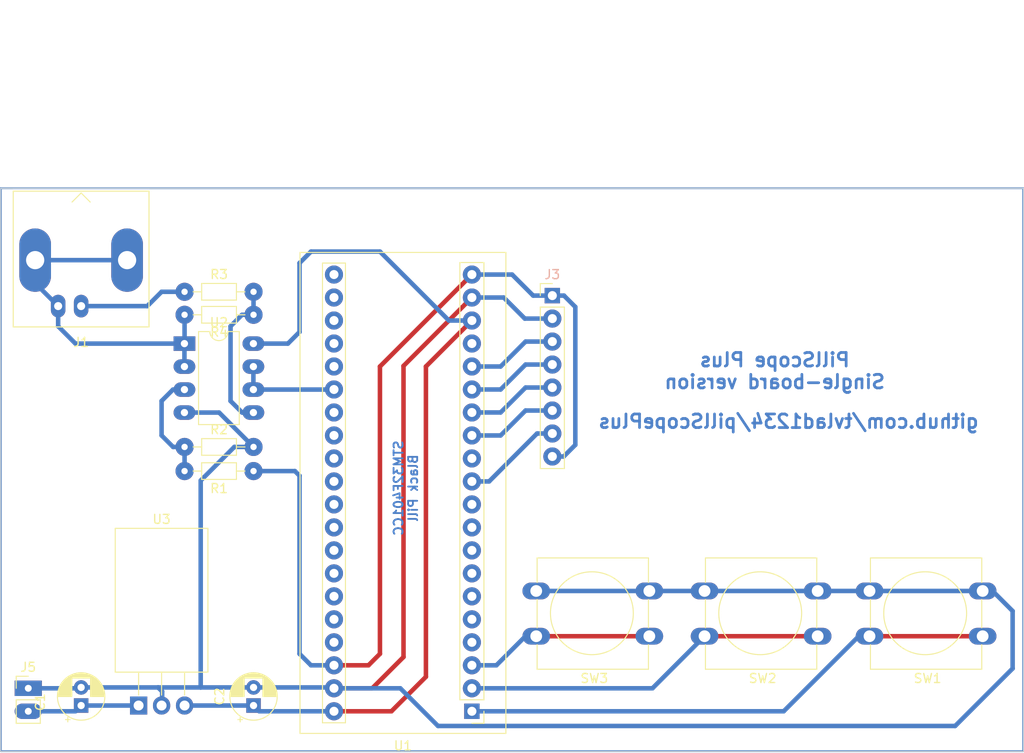
<source format=kicad_pcb>
(kicad_pcb (version 20211014) (generator pcbnew)
  (layers (0 "F.Cu" signal) (31 "B.Cu" signal) (34 "B.Paste" user) (35 "F.Paste" user) (36 "B.SilkS" user "B.Silkscreen") (37 "F.SilkS" user "F.Silkscreen") (38 "B.Mask" user) (39 "F.Mask" user) (44 "Edge.Cuts" user))
  (net 0 "")
  (net 1 "GND")
  (net 2 "+5V")
  (net 3 "BTN1")
  (net 4 "BTN2")
  (net 5 "BTN3")
  (net 6 "+3.3V")
  (net 7 "CS")
  (net 8 "RES")
  (net 9 "DC")
  (net 10 "MOSI")
  (net 11 "SCK")
  (net 12 "TX")
  (net 13 "RX")
  (net 14 "GNDS")
  (net 15 "FE_OUT")
  (net 16 "IN+")
  (net 17 "+9V")
  (net 18 "Net-(R1-Pad2)")
  (net 19 "Net-(R3-Pad2)")
  (footprint "Connector_PinHeader_2.54mm:PinHeader_1x02_P2.54mm_Vertical" (layer "F.Cu") (at 97.917 126.721999)
    (fp_text reference "J5" (at 0 -2.33) (layer "F.SilkS"))
    (fp_text value "Vin")
    (fp_line (start 1.33 1.27) (end 1.33 3.87) (layer "F.SilkS") (width 0.12))
    (fp_line (start -1.33 -1.33) (end 0 -1.33) (layer "F.SilkS") (width 0.12))
    (fp_line (start -1.33 1.27) (end 1.33 1.27) (layer "F.SilkS") (width 0.12))
    (fp_line (start -1.33 0) (end -1.33 -1.33) (layer "F.SilkS") (width 0.12))
    (fp_line (start -1.33 3.87) (end 1.33 3.87) (layer "F.SilkS") (width 0.12))
    (fp_line (start -1.33 1.27) (end -1.33 3.87) (layer "F.SilkS") (width 0.12))
    (pad "1" thru_hole rect (at 0 0) (size 3 1.7) (drill 0.762) (layers *.Cu *.Mask) (net 1 "GND"))
    (pad "2" thru_hole oval (at 0 2.54) (size 3 1.7) (drill 0.762) (layers *.Cu *.Mask) (net 17 "+9V"))
  )
  (footprint "Capacitor_THT:CP_Radial_D5.0mm_P2.00mm" (layer "F.Cu") (at 103.758999 128.627 90)
    (fp_text reference "C1" (at 0.365 -4.512 90) (layer "F.SilkS"))
    (fp_text value "10 uF")
    (fp_line (start 2.961 1.04) (end 2.961 1.699) (layer "F.SilkS") (width 0.12))
    (fp_line (start 2.521 -2.095) (end 2.521 -1.04) (layer "F.SilkS") (width 0.12))
    (fp_line (start 1 1.04) (end 1 2.58) (layer "F.SilkS") (width 0.12))
    (fp_line (start 2.281 1.04) (end 2.281 2.247) (layer "F.SilkS") (width 0.12))
    (fp_line (start 2.521 1.04) (end 2.521 2.095) (layer "F.SilkS") (width 0.12))
    (fp_line (start 2.201 1.04) (end 2.201 2.29) (layer "F.SilkS") (width 0.12))
    (fp_line (start 3.561 -0.518) (end 3.561 0.518) (layer "F.SilkS") (width 0.12))
    (fp_line (start 1.44 -2.543) (end 1.44 -1.04) (layer "F.SilkS") (width 0.12))
    (fp_line (start 3.401 -1.011) (end 3.401 1.011) (layer "F.SilkS") (width 0.12))
    (fp_line (start 2.001 -2.382) (end 2.001 -1.04) (layer "F.SilkS") (width 0.12))
    (fp_line (start 2.841 1.04) (end 2.841 1.826) (layer "F.SilkS") (width 0.12))
    (fp_line (start 1.801 1.04) (end 1.801 2.455) (layer "F.SilkS") (width 0.12))
    (fp_line (start 2.681 -1.971) (end 2.681 -1.04) (layer "F.SilkS") (width 0.12))
    (fp_line (start 2.201 -2.29) (end 2.201 -1.04) (layer "F.SilkS") (width 0.12))
    (fp_line (start 3.001 -1.653) (end 3.001 -1.04) (layer "F.SilkS") (width 0.12))
    (fp_line (start 2.161 -2.31) (end 2.161 -1.04) (layer "F.SilkS") (width 0.12))
    (fp_line (start 1.881 -2.428) (end 1.881 -1.04) (layer "F.SilkS") (width 0.12))
    (fp_line (start 1.2 1.04) (end 1.2 2.573) (layer "F.SilkS") (width 0.12))
    (fp_line (start 2.241 -2.268) (end 2.241 -1.04) (layer "F.SilkS") (width 0.12))
    (fp_line (start 2.121 1.04) (end 2.121 2.329) (layer "F.SilkS") (width 0.12))
    (fp_line (start -1.554775 -1.725) (end -1.554775 -1.225) (layer "F.SilkS") (width 0.12))
    (fp_line (start 1.721 1.04) (end 1.721 2.48) (layer "F.SilkS") (width 0.12))
    (fp_line (start 1.721 -2.48) (end 1.721 -1.04) (layer "F.SilkS") (width 0.12))
    (fp_line (start 1.961 1.04) (end 1.961 2.398) (layer "F.SilkS") (width 0.12))
    (fp_line (start 2.361 -2.2) (end 2.361 -1.04) (layer "F.SilkS") (width 0.12))
    (fp_line (start 1.36 -2.556) (end 1.36 -1.04) (layer "F.SilkS") (width 0.12))
    (fp_line (start 1.6 -2.511) (end 1.6 -1.04) (layer "F.SilkS") (width 0.12))
    (fp_line (start 2.081 -2.348) (end 2.081 -1.04) (layer "F.SilkS") (width 0.12))
    (fp_line (start 1.28 1.04) (end 1.28 2.565) (layer "F.SilkS") (width 0.12))
    (fp_line (start 2.081 1.04) (end 2.081 2.348) (layer "F.SilkS") (width 0.12))
    (fp_line (start 1.32 -2.561) (end 1.32 -1.04) (layer "F.SilkS") (width 0.12))
    (fp_line (start 1 -2.58) (end 1 -1.04) (layer "F.SilkS") (width 0.12))
    (fp_line (start 2.801 1.04) (end 2.801 1.864) (layer "F.SilkS") (width 0.12))
    (fp_line (start 1.841 -2.442) (end 1.841 -1.04) (layer "F.SilkS") (width 0.12))
    (fp_line (start 1.04 1.04) (end 1.04 2.58) (layer "F.SilkS") (width 0.12))
    (fp_line (start 1.921 1.04) (end 1.921 2.414) (layer "F.SilkS") (width 0.12))
    (fp_line (start 3.601 -0.284) (end 3.601 0.284) (layer "F.SilkS") (width 0.12))
    (fp_line (start 1.2 -2.573) (end 1.2 -1.04) (layer "F.SilkS") (width 0.12))
    (fp_line (start 1.921 -2.414) (end 1.921 -1.04) (layer "F.SilkS") (width 0.12))
    (fp_line (start 1.08 1.04) (end 1.08 2.579) (layer "F.SilkS") (width 0.12))
    (fp_line (start 2.121 -2.329) (end 2.121 -1.04) (layer "F.SilkS") (width 0.12))
    (fp_line (start 1.12 -2.578) (end 1.12 -1.04) (layer "F.SilkS") (width 0.12))
    (fp_line (start 1.68 -2.491) (end 1.68 -1.04) (layer "F.SilkS") (width 0.12))
    (fp_line (start 1.24 -2.569) (end 1.24 -1.04) (layer "F.SilkS") (width 0.12))
    (fp_line (start 1.68 1.04) (end 1.68 2.491) (layer "F.SilkS") (width 0.12))
    (fp_line (start 1.961 -2.398) (end 1.961 -1.04) (layer "F.SilkS") (width 0.12))
    (fp_line (start 2.801 -1.864) (end 2.801 -1.04) (layer "F.SilkS") (width 0.12))
    (fp_line (start 1.4 1.04) (end 1.4 2.55) (layer "F.SilkS") (width 0.12))
    (fp_line (start 2.401 1.04) (end 2.401 2.175) (layer "F.SilkS") (width 0.12))
    (fp_line (start 2.001 1.04) (end 2.001 2.382) (layer "F.SilkS") (width 0.12))
    (fp_line (start 1.12 1.04) (end 1.12 2.578) (layer "F.SilkS") (width 0.12))
    (fp_line (start 1.16 -2.576) (end 1.16 -1.04) (layer "F.SilkS") (width 0.12))
    (fp_line (start 1.64 1.04) (end 1.64 2.501) (layer "F.SilkS") (width 0.12))
    (fp_line (start 2.161 1.04) (end 2.161 2.31) (layer "F.SilkS") (width 0.12))
    (fp_line (start 1.48 -2.536) (end 1.48 -1.04) (layer "F.SilkS") (width 0.12))
    (fp_line (start 2.041 -2.365) (end 2.041 -1.04) (layer "F.SilkS") (width 0.12))
    (fp_line (start 3.001 1.04) (end 3.001 1.653) (layer "F.SilkS") (width 0.12))
    (fp_line (start 2.321 1.04) (end 2.321 2.224) (layer "F.SilkS") (width 0.12))
    (fp_line (start 1.4 -2.55) (end 1.4 -1.04) (layer "F.SilkS") (width 0.12))
    (fp_line (start 1.6 1.04) (end 1.6 2.511) (layer "F.SilkS") (width 0.12))
    (fp_line (start 3.081 -1.554) (end 3.081 1.554) (layer "F.SilkS") (width 0.12))
    (fp_line (start 1.52 -2.528) (end 1.52 -1.04) (layer "F.SilkS") (width 0.12))
    (fp_line (start 1.56 -2.52) (end 1.56 -1.04) (layer "F.SilkS") (width 0.12))
    (fp_line (start 2.761 -1.901) (end 2.761 -1.04) (layer "F.SilkS") (width 0.12))
    (fp_line (start 3.361 -1.098) (end 3.361 1.098) (layer "F.SilkS") (width 0.12))
    (fp_line (start 1.44 1.04) (end 1.44 2.543) (layer "F.SilkS") (width 0.12))
    (fp_line (start 1.32 1.04) (end 1.32 2.561) (layer "F.SilkS") (width 0.12))
    (fp_line (start 1.48 1.04) (end 1.48 2.536) (layer "F.SilkS") (width 0.12))
    (fp_line (start 3.041 -1.605) (end 3.041 1.605) (layer "F.SilkS") (width 0.12))
    (fp_line (start 2.881 -1.785) (end 2.881 -1.04) (layer "F.SilkS") (width 0.12))
    (fp_line (start 1.56 1.04) (end 1.56 2.52) (layer "F.SilkS") (width 0.12))
    (fp_line (start 1.16 1.04) (end 1.16 2.576) (layer "F.SilkS") (width 0.12))
    (fp_line (start 2.041 1.04) (end 2.041 2.365) (layer "F.SilkS") (width 0.12))
    (fp_line (start 3.161 -1.443) (end 3.161 1.443) (layer "F.SilkS") (width 0.12))
    (fp_line (start 1.52 1.04) (end 1.52 2.528) (layer "F.SilkS") (width 0.12))
    (fp_line (start 2.561 1.04) (end 2.561 2.065) (layer "F.SilkS") (width 0.12))
    (fp_line (start 1.04 -2.58) (end 1.04 -1.04) (layer "F.SilkS") (width 0.12))
    (fp_line (start 1.36 1.04) (end 1.36 2.556) (layer "F.SilkS") (width 0.12))
    (fp_line (start 2.641 1.04) (end 2.641 2.004) (layer "F.SilkS") (width 0.12))
    (fp_line (start 1.761 1.04) (end 1.761 2.468) (layer "F.SilkS") (width 0.12))
    (fp_line (start 2.961 -1.699) (end 2.961 -1.04) (layer "F.SilkS") (width 0.12))
    (fp_line (start 2.681 1.04) (end 2.681 1.971) (layer "F.SilkS") (width 0.12))
    (fp_line (start 2.921 -1.743) (end 2.921 -1.04) (layer "F.SilkS") (width 0.12))
    (fp_line (start 3.321 -1.178) (end 3.321 1.178) (layer "F.SilkS") (width 0.12))
    (fp_line (start 2.841 -1.826) (end 2.841 -1.04) (layer "F.SilkS") (width 0.12))
    (fp_line (start 1.24 1.04) (end 1.24 2.569) (layer "F.SilkS") (width 0.12))
    (fp_line (start 2.441 1.04) (end 2.441 2.149) (layer "F.SilkS") (width 0.12))
    (fp_line (start 2.561 -2.065) (end 2.561 -1.04) (layer "F.SilkS") (width 0.12))
    (fp_line (start 3.241 -1.319) (end 3.241 1.319) (layer "F.SilkS") (width 0.12))
    (fp_line (start 3.201 -1.383) (end 3.201 1.383) (layer "F.SilkS") (width 0.12))
    (fp_line (start 3.521 -0.677) (end 3.521 0.677) (layer "F.SilkS") (width 0.12))
    (fp_line (start 2.281 -2.247) (end 2.281 -1.04) (layer "F.SilkS") (width 0.12))
    (fp_line (start 2.721 1.04) (end 2.721 1.937) (layer "F.SilkS") (width 0.12))
    (fp_line (start 1.08 -2.579) (end 1.08 -1.04) (layer "F.SilkS") (width 0.12))
    (fp_line (start 1.801 -2.455) (end 1.801 -1.04) (layer "F.SilkS") (width 0.12))
    (fp_line (start 1.761 -2.468) (end 1.761 -1.04) (layer "F.SilkS") (width 0.12))
    (fp_line (start 2.721 -1.937) (end 2.721 -1.04) (layer "F.SilkS") (width 0.12))
    (fp_line (start 2.921 1.04) (end 2.921 1.743) (layer "F.SilkS") (width 0.12))
    (fp_line (start 3.481 -0.805) (end 3.481 0.805) (layer "F.SilkS") (width 0.12))
    (fp_line (start 2.641 -2.004) (end 2.641 -1.04) (layer "F.SilkS") (width 0.12))
    (fp_line (start 2.361 1.04) (end 2.361 2.2) (layer "F.SilkS") (width 0.12))
    (fp_line (start 3.441 -0.915) (end 3.441 0.915) (layer "F.SilkS") (width 0.12))
    (fp_line (start 1.881 1.04) (end 1.881 2.428) (layer "F.SilkS") (width 0.12))
    (fp_line (start 2.321 -2.224) (end 2.321 -1.04) (layer "F.SilkS") (width 0.12))
    (fp_line (start 3.121 -1.5) (end 3.121 1.5) (layer "F.SilkS") (width 0.12))
    (fp_line (start 2.481 1.04) (end 2.481 2.122) (layer "F.SilkS") (width 0.12))
    (fp_line (start 3.281 -1.251) (end 3.281 1.251) (layer "F.SilkS") (width 0.12))
    (fp_line (start 2.241 1.04) (end 2.241 2.268) (layer "F.SilkS") (width 0.12))
    (fp_line (start 2.401 -2.175) (end 2.401 -1.04) (layer "F.SilkS") (width 0.12))
    (fp_line (start 1.841 1.04) (end 1.841 2.442) (layer "F.SilkS") (width 0.12))
    (fp_line (start 2.441 -2.149) (end 2.441 -1.04) (layer "F.SilkS") (width 0.12))
    (fp_line (start 2.601 1.04) (end 2.601 2.035) (layer "F.SilkS") (width 0.12))
    (fp_line (start 2.761 1.04) (end 2.761 1.901) (layer "F.SilkS") (width 0.12))
    (fp_line (start 1.64 -2.501) (end 1.64 -1.04) (layer "F.SilkS") (width 0.12))
    (fp_line (start 2.481 -2.122) (end 2.481 -1.04) (layer "F.SilkS") (width 0.12))
    (fp_line (start 1.28 -2.565) (end 1.28 -1.04) (layer "F.SilkS") (width 0.12))
    (fp_line (start 2.881 1.04) (end 2.881 1.785) (layer "F.SilkS") (width 0.12))
    (fp_line (start 2.601 -2.035) (end 2.601 -1.04) (layer "F.SilkS") (width 0.12))
    (fp_line (start -1.804775 -1.475) (end -1.304775 -1.475) (layer "F.SilkS") (width 0.12))
    (fp_circle (center 1 0) (end 3.62 0) (layer "F.SilkS") (width 0.12) (fill none))
    (pad "1" thru_hole rect (at 0 0 90) (size 1.6 1.6) (drill 0.8) (layers *.Cu *.Mask) (net 17 "+9V"))
    (pad "2" thru_hole circle (at 2 0 90) (size 1.6 1.6) (drill 0.8) (layers *.Cu *.Mask) (net 1 "GND"))
  )
  (footprint "Capacitor_THT:CP_Radial_D5.0mm_P2.00mm" (layer "F.Cu") (at 122.808999 128.626999 90)
    (fp_text reference "C2" (at 1 -3.75 90) (layer "F.SilkS"))
    (fp_text value "100 uF")
    (fp_line (start 1.28 1.04) (end 1.28 2.565) (layer "F.SilkS") (width 0.12))
    (fp_line (start 2.281 -2.247) (end 2.281 -1.04) (layer "F.SilkS") (width 0.12))
    (fp_line (start 3.121 -1.5) (end 3.121 1.5) (layer "F.SilkS") (width 0.12))
    (fp_line (start 2.361 -2.2) (end 2.361 -1.04) (layer "F.SilkS") (width 0.12))
    (fp_line (start 1 1.04) (end 1 2.58) (layer "F.SilkS") (width 0.12))
    (fp_line (start 1.6 1.04) (end 1.6 2.511) (layer "F.SilkS") (width 0.12))
    (fp_line (start 3.521 -0.677) (end 3.521 0.677) (layer "F.SilkS") (width 0.12))
    (fp_line (start 1.32 -2.561) (end 1.32 -1.04) (layer "F.SilkS") (width 0.12))
    (fp_line (start 2.961 1.04) (end 2.961 1.699) (layer "F.SilkS") (width 0.12))
    (fp_line (start 1.56 -2.52) (end 1.56 -1.04) (layer "F.SilkS") (width 0.12))
    (fp_line (start 2.801 1.04) (end 2.801 1.864) (layer "F.SilkS") (width 0.12))
    (fp_line (start 2.881 -1.785) (end 2.881 -1.04) (layer "F.SilkS") (width 0.12))
    (fp_line (start 2.281 1.04) (end 2.281 2.247) (layer "F.SilkS") (width 0.12))
    (fp_line (start 1.16 1.04) (end 1.16 2.576) (layer "F.SilkS") (width 0.12))
    (fp_line (start 1.32 1.04) (end 1.32 2.561) (layer "F.SilkS") (width 0.12))
    (fp_line (start 2.161 1.04) (end 2.161 2.31) (layer "F.SilkS") (width 0.12))
    (fp_line (start 1.921 1.04) (end 1.921 2.414) (layer "F.SilkS") (width 0.12))
    (fp_line (start 2.041 -2.365) (end 2.041 -1.04) (layer "F.SilkS") (width 0.12))
    (fp_line (start 1.16 -2.576) (end 1.16 -1.04) (layer "F.SilkS") (width 0.12))
    (fp_line (start 2.041 1.04) (end 2.041 2.365) (layer "F.SilkS") (width 0.12))
    (fp_line (start 1.64 -2.501) (end 1.64 -1.04) (layer "F.SilkS") (width 0.12))
    (fp_line (start 1.52 1.04) (end 1.52 2.528) (layer "F.SilkS") (width 0.12))
    (fp_line (start 1.6 -2.511) (end 1.6 -1.04) (layer "F.SilkS") (width 0.12))
    (fp_line (start 2.441 -2.149) (end 2.441 -1.04) (layer "F.SilkS") (width 0.12))
    (fp_line (start 1.04 -2.58) (end 1.04 -1.04) (layer "F.SilkS") (width 0.12))
    (fp_line (start 1.12 -2.578) (end 1.12 -1.04) (layer "F.SilkS") (width 0.12))
    (fp_line (start 1.48 1.04) (end 1.48 2.536) (layer "F.SilkS") (width 0.12))
    (fp_line (start 1.881 -2.428) (end 1.881 -1.04) (layer "F.SilkS") (width 0.12))
    (fp_line (start 1.721 -2.48) (end 1.721 -1.04) (layer "F.SilkS") (width 0.12))
    (fp_line (start 1.2 -2.573) (end 1.2 -1.04) (layer "F.SilkS") (width 0.12))
    (fp_line (start 3.601 -0.284) (end 3.601 0.284) (layer "F.SilkS") (width 0.12))
    (fp_line (start 2.641 -2.004) (end 2.641 -1.04) (layer "F.SilkS") (width 0.12))
    (fp_line (start 3.241 -1.319) (end 3.241 1.319) (layer "F.SilkS") (width 0.12))
    (fp_line (start 2.521 1.04) (end 2.521 2.095) (layer "F.SilkS") (width 0.12))
    (fp_line (start 3.201 -1.383) (end 3.201 1.383) (layer "F.SilkS") (width 0.12))
    (fp_line (start 2.881 1.04) (end 2.881 1.785) (layer "F.SilkS") (width 0.12))
    (fp_line (start 2.201 -2.29) (end 2.201 -1.04) (layer "F.SilkS") (width 0.12))
    (fp_line (start 2.721 -1.937) (end 2.721 -1.04) (layer "F.SilkS") (width 0.12))
    (fp_line (start 1.4 1.04) (end 1.4 2.55) (layer "F.SilkS") (width 0.12))
    (fp_line (start 1.52 -2.528) (end 1.52 -1.04) (layer "F.SilkS") (width 0.12))
    (fp_line (start 1.921 -2.414) (end 1.921 -1.04) (layer "F.SilkS") (width 0.12))
    (fp_line (start 2.921 1.04) (end 2.921 1.743) (layer "F.SilkS") (width 0.12))
    (fp_line (start 1.721 1.04) (end 1.721 2.48) (layer "F.SilkS") (width 0.12))
    (fp_line (start 3.481 -0.805) (end 3.481 0.805) (layer "F.SilkS") (width 0.12))
    (fp_line (start 1.44 -2.543) (end 1.44 -1.04) (layer "F.SilkS") (width 0.12))
    (fp_line (start 2.681 -1.971) (end 2.681 -1.04) (layer "F.SilkS") (width 0.12))
    (fp_line (start 1.68 1.04) (end 1.68 2.491) (layer "F.SilkS") (width 0.12))
    (fp_line (start 1.36 1.04) (end 1.36 2.556) (layer "F.SilkS") (width 0.12))
    (fp_line (start 1.841 1.04) (end 1.841 2.442) (layer "F.SilkS") (width 0.12))
    (fp_line (start 1.04 1.04) (end 1.04 2.58) (layer "F.SilkS") (width 0.12))
    (fp_line (start 1.08 -2.579) (end 1.08 -1.04) (layer "F.SilkS") (width 0.12))
    (fp_line (start 2.521 -2.095) (end 2.521 -1.04) (layer "F.SilkS") (width 0.12))
    (fp_line (start 2.801 -1.864) (end 2.801 -1.04) (layer "F.SilkS") (width 0.12))
    (fp_line (start 3.281 -1.251) (end 3.281 1.251) (layer "F.SilkS") (width 0.12))
    (fp_line (start 1.801 -2.455) (end 1.801 -1.04) (layer "F.SilkS") (width 0.12))
    (fp_line (start 2.161 -2.31) (end 2.161 -1.04) (layer "F.SilkS") (width 0.12))
    (fp_line (start 2.721 1.04) (end 2.721 1.937) (layer "F.SilkS") (width 0.12))
    (fp_line (start 3.001 -1.653) (end 3.001 -1.04) (layer "F.SilkS") (width 0.12))
    (fp_line (start 2.561 1.04) (end 2.561 2.065) (layer "F.SilkS") (width 0.12))
    (fp_line (start 2.561 -2.065) (end 2.561 -1.04) (layer "F.SilkS") (width 0.12))
    (fp_line (start -1.804775 -1.475) (end -1.304775 -1.475) (layer "F.SilkS") (width 0.12))
    (fp_line (start 2.361 1.04) (end 2.361 2.2) (layer "F.SilkS") (width 0.12))
    (fp_line (start 3.401 -1.011) (end 3.401 1.011) (layer "F.SilkS") (width 0.12))
    (fp_line (start 1.44 1.04) (end 1.44 2.543) (layer "F.SilkS") (width 0.12))
    (fp_line (start 2.761 1.04) (end 2.761 1.901) (layer "F.SilkS") (width 0.12))
    (fp_line (start 3.361 -1.098) (end 3.361 1.098) (layer "F.SilkS") (width 0.12))
    (fp_line (start 1.841 -2.442) (end 1.841 -1.04) (layer "F.SilkS") (width 0.12))
    (fp_line (start 2.201 1.04) (end 2.201 2.29) (layer "F.SilkS") (width 0.12))
    (fp_line (start 2.601 1.04) (end 2.601 2.035) (layer "F.SilkS") (width 0.12))
    (fp_line (start 2.321 -2.224) (end 2.321 -1.04) (layer "F.SilkS") (width 0.12))
    (fp_line (start 2.001 1.04) (end 2.001 2.382) (layer "F.SilkS") (width 0.12))
    (fp_line (start 3.041 -1.605) (end 3.041 1.605) (layer "F.SilkS") (width 0.12))
    (fp_line (start 1.28 -2.565) (end 1.28 -1.04) (layer "F.SilkS") (width 0.12))
    (fp_line (start 2.681 1.04) (end 2.681 1.971) (layer "F.SilkS") (width 0.12))
    (fp_line (start 1.2 1.04) (end 1.2 2.573) (layer "F.SilkS") (width 0.12))
    (fp_line (start 3.001 1.04) (end 3.001 1.653) (layer "F.SilkS") (width 0.12))
    (fp_line (start 2.961 -1.699) (end 2.961 -1.04) (layer "F.SilkS") (width 0.12))
    (fp_line (start 1.4 -2.55) (end 1.4 -1.04) (layer "F.SilkS") (width 0.12))
    (fp_line (start 2.481 -2.122) (end 2.481 -1.04) (layer "F.SilkS") (width 0.12))
    (fp_line (start 1.36 -2.556) (end 1.36 -1.04) (layer "F.SilkS") (width 0.12))
    (fp_line (start 3.561 -0.518) (end 3.561 0.518) (layer "F.SilkS") (width 0.12))
    (fp_line (start 1.64 1.04) (end 1.64 2.501) (layer "F.SilkS") (width 0.12))
    (fp_line (start 2.241 1.04) (end 2.241 2.268) (layer "F.SilkS") (width 0.12))
    (fp_line (start 3.321 -1.178) (end 3.321 1.178) (layer "F.SilkS") (width 0.12))
    (fp_line (start 1.48 -2.536) (end 1.48 -1.04) (layer "F.SilkS") (width 0.12))
    (fp_line (start 1.24 -2.569) (end 1.24 -1.04) (layer "F.SilkS") (width 0.12))
    (fp_line (start 3.081 -1.554) (end 3.081 1.554) (layer "F.SilkS") (width 0.12))
    (fp_line (start 2.481 1.04) (end 2.481 2.122) (layer "F.SilkS") (width 0.12))
    (fp_line (start 2.841 -1.826) (end 2.841 -1.04) (layer "F.SilkS") (width 0.12))
    (fp_line (start 1.08 1.04) (end 1.08 2.579) (layer "F.SilkS") (width 0.12))
    (fp_line (start 2.121 1.04) (end 2.121 2.329) (layer "F.SilkS") (width 0.12))
    (fp_line (start 2.441 1.04) (end 2.441 2.149) (layer "F.SilkS") (width 0.12))
    (fp_line (start 2.401 1.04) (end 2.401 2.175) (layer "F.SilkS") (width 0.12))
    (fp_line (start 2.401 -2.175) (end 2.401 -1.04) (layer "F.SilkS") (width 0.12))
    (fp_line (start 1 -2.58) (end 1 -1.04) (layer "F.SilkS") (width 0.12))
    (fp_line (start 2.001 -2.382) (end 2.001 -1.04) (layer "F.SilkS") (width 0.12))
    (fp_line (start -1.554775 -1.725) (end -1.554775 -1.225) (layer "F.SilkS") (width 0.12))
    (fp_line (start 3.441 -0.915) (end 3.441 0.915) (layer "F.SilkS") (width 0.12))
    (fp_line (start 1.761 -2.468) (end 1.761 -1.04) (layer "F.SilkS") (width 0.12))
    (fp_line (start 2.761 -1.901) (end 2.761 -1.04) (layer "F.SilkS") (width 0.12))
    (fp_line (start 2.241 -2.268) (end 2.241 -1.04) (layer "F.SilkS") (width 0.12))
    (fp_line (start 1.961 -2.398) (end 1.961 -1.04) (layer "F.SilkS") (width 0.12))
    (fp_line (start 2.321 1.04) (end 2.321 2.224) (layer "F.SilkS") (width 0.12))
    (fp_line (start 2.601 -2.035) (end 2.601 -1.04) (layer "F.SilkS") (width 0.12))
    (fp_line (start 2.081 1.04) (end 2.081 2.348) (layer "F.SilkS") (width 0.12))
    (fp_line (start 1.801 1.04) (end 1.801 2.455) (layer "F.SilkS") (width 0.12))
    (fp_line (start 1.24 1.04) (end 1.24 2.569) (layer "F.SilkS") (width 0.12))
    (fp_line (start 3.161 -1.443) (end 3.161 1.443) (layer "F.SilkS") (width 0.12))
    (fp_line (start 2.641 1.04) (end 2.641 2.004) (layer "F.SilkS") (width 0.12))
    (fp_line (start 1.761 1.04) (end 1.761 2.468) (layer "F.SilkS") (width 0.12))
    (fp_line (start 2.081 -2.348) (end 2.081 -1.04) (layer "F.SilkS") (width 0.12))
    (fp_line (start 1.68 -2.491) (end 1.68 -1.04) (layer "F.SilkS") (width 0.12))
    (fp_line (start 1.961 1.04) (end 1.961 2.398) (layer "F.SilkS") (width 0.12))
    (fp_line (start 1.881 1.04) (end 1.881 2.428) (layer "F.SilkS") (width 0.12))
    (fp_line (start 1.12 1.04) (end 1.12 2.578) (layer "F.SilkS") (width 0.12))
    (fp_line (start 2.841 1.04) (end 2.841 1.826) (layer "F.SilkS") (width 0.12))
    (fp_line (start 1.56 1.04) (end 1.56 2.52) (layer "F.SilkS") (width 0.12))
    (fp_line (start 2.921 -1.743) (end 2.921 -1.04) (layer "F.SilkS") (width 0.12))
    (fp_line (start 2.121 -2.329) (end 2.121 -1.04) (layer "F.SilkS") (width 0.12))
    (fp_circle (center 1 0) (end 3.62 0) (layer "F.SilkS") (width 0.12) (fill none))
    (pad "1" thru_hole rect (at 0 0 90) (size 1.6 1.6) (drill 0.8) (layers *.Cu *.Mask) (net 2 "+5V"))
    (pad "2" thru_hole circle (at 2 0 90) (size 1.6 1.6) (drill 0.8) (layers *.Cu *.Mask) (net 1 "GND"))
  )
  (footprint "stm32:YAAJ_WeAct_BlackPill_2" (layer "F.Cu") (at 146.939 129.261999 180)
    (fp_text reference "U1" (at 7.62 -3.81) (layer "F.SilkS"))
    (fp_text value "F401CC" hide)
    (fp_line (start 13.97 49.53) (end 13.97 -1.27) (layer "F.SilkS") (width 0.12))
    (fp_line (start -1.33 -1.33) (end 0 -1.33) (layer "F.SilkS") (width 0.12))
    (fp_line (start 16.51 -1.27) (end 16.51 49.53) (layer "F.SilkS") (width 0.12))
    (fp_line (start 1.33 1.27) (end 1.33 49.59) (layer "F.SilkS") (width 0.12))
    (fp_line (start -3.755 -2.445) (end 18.995 -2.445) (layer "F.SilkS") (width 0.12))
    (fp_line (start -3.755 50.705) (end -3.755 -2.445) (layer "F.SilkS") (width 0.12))
    (fp_line (start 18.995 50.705) (end -3.755 50.705) (layer "F.SilkS") (width 0.12))
    (fp_line (start 13.97 -1.27) (end 16.51 -1.27) (layer "F.SilkS") (width 0.12))
    (fp_line (start 18.995 -2.445) (end 18.995 50.705) (layer "F.SilkS") (width 0.12))
    (fp_line (start 1.33 49.59) (end -1.33 49.59) (layer "F.SilkS") (width 0.12))
    (fp_line (start -1.33 0) (end -1.33 -1.33) (layer "F.SilkS") (width 0.12))
    (fp_line (start -1.33 49.59) (end -1.33 1.27) (layer "F.SilkS") (width 0.12))
    (fp_line (start -1.33 1.27) (end 1.33 1.27) (layer "F.SilkS") (width 0.12))
    (fp_line (start 16.51 49.53) (end 13.97 49.53) (layer "F.SilkS") (width 0.12))
    (pad "1" thru_hole rect locked (at 0 0 180) (size 1.7 1.7) (drill 1) (layers *.Cu *.Mask) (net 3 "BTN1"))
    (pad "2" thru_hole circle locked (at 0 2.54 180) (size 2 2) (drill 1) (layers *.Cu *.Mask) (net 4 "BTN2"))
    (pad "3" thru_hole circle locked (at 0 5.08 180) (size 2 2) (drill 1) (layers *.Cu *.Mask) (net 5 "BTN3"))
    (pad "4" thru_hole circle locked (at 0 7.62 180) (size 2 2) (drill 1) (layers *.Cu *.Mask))
    (pad "5" thru_hole circle locked (at 0 10.16 180) (size 2 2) (drill 1) (layers *.Cu *.Mask))
    (pad "6" thru_hole circle locked (at 0 12.7 180) (size 2 2) (drill 1) (layers *.Cu *.Mask) (net 12 "TX"))
    (pad "7" thru_hole circle locked (at 0 15.24 180) (size 2 2) (drill 1) (layers *.Cu *.Mask) (net 13 "RX"))
    (pad "8" thru_hole circle locked (at 0 17.78 180) (size 2 2) (drill 1) (layers *.Cu *.Mask))
    (pad "9" thru_hole circle locked (at 0 20.32 180) (size 2 2) (drill 1) (layers *.Cu *.Mask))
    (pad "10" thru_hole circle locked (at 0 22.86 180) (size 2 2) (drill 1) (layers *.Cu *.Mask))
    (pad "11" thru_hole circle locked (at 0 25.4 180) (size 2 2) (drill 1) (layers *.Cu *.Mask) (net 11 "SCK"))
    (pad "12" thru_hole circle locked (at 0 27.94 180) (size 2 2) (drill 1) (layers *.Cu *.Mask))
    (pad "13" thru_hole circle locked (at 0 30.48 180) (size 2 2) (drill 1) (layers *.Cu *.Mask) (net 10 "MOSI"))
    (pad "14" thru_hole circle locked (at 0 33.02 180) (size 2 2) (drill 1) (layers *.Cu *.Mask) (net 9 "DC"))
    (pad "15" thru_hole circle locked (at 0 35.56 180) (size 2 2) (drill 1) (layers *.Cu *.Mask) (net 8 "RES"))
    (pad "16" thru_hole circle locked (at 0 38.1 180) (size 2 2) (drill 1) (layers *.Cu *.Mask) (net 7 "CS"))
    (pad "17" thru_hole circle locked (at 0 40.64 180) (size 2 2) (drill 1) (layers *.Cu *.Mask))
    (pad "18" thru_hole circle locked (at 0 43.18 180) (size 2 2) (drill 1) (layers *.Cu *.Mask) (net 2 "+5V"))
    (pad "19" thru_hole circle locked (at 0 45.72 180) (size 2 2) (drill 1) (layers *.Cu *.Mask) (net 1 "GND"))
    (pad "20" thru_hole circle locked (at 0 48.26 180) (size 2 2) (drill 1) (layers *.Cu *.Mask) (net 6 "+3.3V"))
    (pad "21" thru_hole circle locked (at 15.24 48.26 180) (size 2 2) (drill 1) (layers *.Cu *.Mask))
    (pad "22" thru_hole circle locked (at 15.24 45.72 180) (size 2 2) (drill 1) (layers *.Cu *.Mask))
    (pad "23" thru_hole circle locked (at 15.24 43.18 180) (size 2 2) (drill 1) (layers *.Cu *.Mask))
    (pad "24" thru_hole circle locked (at 15.24 40.64 180) (size 2 2) (drill 1) (layers *.Cu *.Mask))
    (pad "25" thru_hole circle locked (at 15.24 38.1 180) (size 2 2) (drill 1) (layers *.Cu *.Mask))
    (pad "26" thru_hole circle locked (at 15.24 35.56 180) (size 2 2) (drill 1) (layers *.Cu *.Mask) (net 15 "FE_OUT"))
    (pad "27" thru_hole circle locked (at 15.24 33.02 180) (size 2 2) (drill 1) (layers *.Cu *.Mask))
    (pad "28" thru_hole circle locked (at 15.24 30.48 180) (size 2 2) (drill 1) (layers *.Cu *.Mask))
    (pad "29" thru_hole circle locked (at 15.24 27.94 180) (size 2 2) (drill 1) (layers *.Cu *.Mask))
    (pad "30" thru_hole circle locked (at 15.24 25.4 180) (size 2 2) (drill 1) (layers *.Cu *.Mask))
    (pad "31" thru_hole circle locked (at 15.24 22.86 180) (size 2 2) (drill 1) (layers *.Cu *.Mask))
    (pad "32" thru_hole circle locked (at 15.24 20.32 180) (size 2 2) (drill 1) (layers *.Cu *.Mask))
    (pad "33" thru_hole circle locked (at 15.24 17.78 180) (size 2 2) (drill 1) (layers *.Cu *.Mask))
    (pad "34" thru_hole circle locked (at 15.24 15.24 180) (size 2 2) (drill 1) (layers *.Cu *.Mask))
    (pad "35" thru_hole circle locked (at 15.24 12.7 180) (size 2 2) (drill 1) (layers *.Cu *.Mask))
    (pad "36" thru_hole circle locked (at 15.24 10.16 180) (size 2 2) (drill 1) (layers *.Cu *.Mask))
    (pad "37" thru_hole circle locked (at 15.24 7.62 180) (size 2 2) (drill 1) (layers *.Cu *.Mask))
    (pad "38" thru_hole circle locked (at 15.24 5.08 180) (size 2 2) (drill 1) (layers *.Cu *.Mask) (net 6 "+3.3V"))
    (pad "39" thru_hole circle locked (at 15.24 2.54 180) (size 2 2) (drill 1) (layers *.Cu *.Mask) (net 1 "GND"))
    (pad "40" thru_hole circle locked (at 15.24 0 180) (size 2 2) (drill 1) (layers *.Cu *.Mask) (net 2 "+5V"))
  )
  (footprint "Button_Switch_THT:SW_PUSH-12mm" (layer "F.Cu") (at 203.378999 120.967 180)
    (fp_text reference "SW1" (at 6.08 -4.66) (layer "F.SilkS"))
    (fp_text value "Btn 1")
    (fp_line (start 12.4 8.65) (end 0.1 8.65) (layer "F.SilkS") (width 0.12))
    (fp_line (start 12.4 -3.65) (end 12.4 -0.93) (layer "F.SilkS") (width 0.12))
    (fp_line (start 12.4 5.93) (end 12.4 8.65) (layer "F.SilkS") (width 0.12))
    (fp_line (start 0.1 4.07) (end 0.1 0.93) (layer "F.SilkS") (width 0.12))
    (fp_line (start 0.1 -3.65) (end 12.4 -3.65) (layer "F.SilkS") (width 0.12))
    (fp_line (start 12.4 0.93) (end 12.4 4.07) (layer "F.SilkS") (width 0.12))
    (fp_line (start 0.1 8.65) (end 0.1 5.93) (layer "F.SilkS") (width 0.12))
    (fp_line (start 0.1 -0.93) (end 0.1 -3.65) (layer "F.SilkS") (width 0.12))
    (fp_circle (center 6.35 2.54) (end 10.16 5.08) (layer "F.SilkS") (width 0.12) (fill none))
    (pad "1" thru_hole oval (at 12.5 0 180) (size 3.048 1.85) (drill 1.3) (layers *.Cu *.Mask) (net 3 "BTN1"))
    (pad "1" thru_hole oval (at 0 0 180) (size 3.048 1.85) (drill 1.3) (layers *.Cu *.Mask) (net 3 "BTN1"))
    (pad "2" thru_hole oval (at 0 5 180) (size 3.048 1.85) (drill 1.3) (layers *.Cu *.Mask) (net 1 "GND"))
    (pad "2" thru_hole oval (at 12.5 5 180) (size 3.048 1.85) (drill 1.3) (layers *.Cu *.Mask) (net 1 "GND"))
  )
  (footprint "Connector_Coaxial:BNC_Amphenol_B6252HB-NPP3G-50_Horizontal" (layer "F.Cu") (at 103.758999 84.486998)
    (fp_text reference "J1" (at 0 4) (layer "F.SilkS"))
    (fp_text value "IN")
    (fp_line (start 7.5 -12.7) (end 7.5 2.3) (layer "F.SilkS") (width 0.12))
    (fp_line (start -7.5 -12.7) (end 7.5 -12.7) (layer "F.SilkS") (width 0.12))
    (fp_line (start 0 -12.5) (end -1 -11.5) (layer "F.SilkS") (width 0.12))
    (fp_line (start 0 -12.5) (end 1 -11.5) (layer "F.SilkS") (width 0.12))
    (fp_line (start 7.5 2.3) (end -7.5 2.3) (layer "F.SilkS") (width 0.12))
    (fp_line (start -7.5 2.3) (end -7.5 -12.7) (layer "F.SilkS") (width 0.12))
    (pad "1" thru_hole oval (at 0 0) (size 1.6 2.5) (drill 0.89) (layers *.Cu *.Mask) (net 16 "IN+"))
    (pad "2" thru_hole oval (at 5.08 -5.08) (size 3.5 7) (drill 2.01) (layers *.Cu *.Mask) (net 14 "GNDS"))
    (pad "2" thru_hole oval (at -5.08 -5.08) (size 3.5 7) (drill 2.01) (layers *.Cu *.Mask) (net 14 "GNDS"))
    (pad "2" thru_hole oval (at -2.54 0) (size 1.6 2.5) (drill 0.89) (layers *.Cu *.Mask) (net 14 "GNDS"))
  )
  (footprint "Connector_PinHeader_2.54mm:PinHeader_1x08_P2.54mm_Vertical" (layer "F.Cu") (at 155.828998 83.326999)
    (fp_text reference "J3" (at 0 -2.33) (layer "B.SilkS"))
    (fp_text value "LCD")
    (fp_line (start -1.33 1.27) (end -1.33 19.11) (layer "F.SilkS") (width 0.12))
    (fp_line (start -1.33 -1.33) (end 0 -1.33) (layer "F.SilkS") (width 0.12))
    (fp_line (start 1.33 1.27) (end 1.33 19.11) (layer "F.SilkS") (width 0.12))
    (fp_line (start -1.33 1.27) (end 1.33 1.27) (layer "F.SilkS") (width 0.12))
    (fp_line (start -1.33 0) (end -1.33 -1.33) (layer "F.SilkS") (width 0.12))
    (fp_line (start -1.33 19.11) (end 1.33 19.11) (layer "F.SilkS") (width 0.12))
    (pad "1" thru_hole rect (at 0 0) (size 1.7 1.7) (drill 1) (layers *.Cu *.Mask) (net 6 "+3.3V"))
    (pad "2" thru_hole oval (at 0 2.54) (size 2 2) (drill 1) (layers *.Cu *.Mask) (net 1 "GND"))
    (pad "3" thru_hole oval (at 0 5.08) (size 2 2) (drill 1) (layers *.Cu *.Mask) (net 7 "CS"))
    (pad "4" thru_hole oval (at 0 7.62) (size 2 2) (drill 1) (layers *.Cu *.Mask) (net 8 "RES"))
    (pad "5" thru_hole oval (at 0 10.16) (size 2 2) (drill 1) (layers *.Cu *.Mask) (net 9 "DC"))
    (pad "6" thru_hole oval (at 0 12.7) (size 2 2) (drill 1) (layers *.Cu *.Mask) (net 10 "MOSI"))
    (pad "7" thru_hole oval (at 0 15.24) (size 2 2) (drill 1) (layers *.Cu *.Mask) (net 11 "SCK"))
    (pad "8" thru_hole oval (at 0 17.78) (size 2 2) (drill 1) (layers *.Cu *.Mask) (net 6 "+3.3V"))
  )
  (footprint "Resistor_THT:R_Axial_DIN0204_L3.6mm_D1.6mm_P7.62mm_Horizontal" (layer "F.Cu") (at 122.809 102.718999 180)
    (fp_text reference "R1" (at 3.81 -1.92) (layer "F.SilkS"))
    (fp_text value "R" hide)
    (fp_line (start 5.73 -0.92) (end 1.89 -0.92) (layer "F.SilkS") (width 0.12))
    (fp_line (start 0.94 0) (end 1.89 0) (layer "F.SilkS") (width 0.12))
    (fp_line (start 1.89 0.92) (end 5.73 0.92) (layer "F.SilkS") (width 0.12))
    (fp_line (start 6.68 0) (end 5.73 0) (layer "F.SilkS") (width 0.12))
    (fp_line (start 1.89 -0.92) (end 1.89 0.92) (layer "F.SilkS") (width 0.12))
    (fp_line (start 5.73 0.92) (end 5.73 -0.92) (layer "F.SilkS") (width 0.12))
    (pad "1" thru_hole circle (at 0 0 180) (size 2 2) (drill 0.7) (layers *.Cu *.Mask) (net 6 "+3.3V"))
    (pad "2" thru_hole circle (at 7.62 0 180) (size 2 2) (drill 0.7) (layers *.Cu *.Mask) (net 18 "Net-(R1-Pad2)"))
  )
  (footprint "Button_Switch_THT:SW_PUSH-12mm" (layer "F.Cu") (at 166.549 120.966999 180)
    (fp_text reference "SW3" (at 6.08 -4.66) (layer "F.SilkS"))
    (fp_text value "Btn 3")
    (fp_line (start 12.4 5.93) (end 12.4 8.65) (layer "F.SilkS") (width 0.12))
    (fp_line (start 12.4 8.65) (end 0.1 8.65) (layer "F.SilkS") (width 0.12))
    (fp_line (start 12.4 -3.65) (end 12.4 -0.93) (layer "F.SilkS") (width 0.12))
    (fp_line (start 0.1 -0.93) (end 0.1 -3.65) (layer "F.SilkS") (width 0.12))
    (fp_line (start 0.1 -3.65) (end 12.4 -3.65) (layer "F.SilkS") (width 0.12))
    (fp_line (start 0.1 4.07) (end 0.1 0.93) (layer "F.SilkS") (width 0.12))
    (fp_line (start 0.1 8.65) (end 0.1 5.93) (layer "F.SilkS") (width 0.12))
    (fp_line (start 12.4 0.93) (end 12.4 4.07) (layer "F.SilkS") (width 0.12))
    (fp_circle (center 6.35 2.54) (end 10.16 5.08) (layer "F.SilkS") (width 0.12) (fill none))
    (pad "1" thru_hole oval (at 12.5 0 180) (size 3.048 1.85) (drill 1.3) (layers *.Cu *.Mask) (net 5 "BTN3"))
    (pad "1" thru_hole oval (at 0 0 180) (size 3.048 1.85) (drill 1.3) (layers *.Cu *.Mask) (net 5 "BTN3"))
    (pad "2" thru_hole oval (at 0 5 180) (size 3.048 1.85) (drill 1.3) (layers *.Cu *.Mask) (net 1 "GND"))
    (pad "2" thru_hole oval (at 12.5 5 180) (size 3.048 1.85) (drill 1.3) (layers *.Cu *.Mask) (net 1 "GND"))
  )
  (footprint "Button_Switch_THT:SW_PUSH-12mm" (layer "F.Cu") (at 185.148999 120.967 180)
    (fp_text reference "SW2" (at 6.08 -4.66) (layer "F.SilkS"))
    (fp_text value "Btn 2")
    (fp_line (start 12.4 0.93) (end 12.4 4.07) (layer "F.SilkS") (width 0.12))
    (fp_line (start 0.1 4.07) (end 0.1 0.93) (layer "F.SilkS") (width 0.12))
    (fp_line (start 12.4 8.65) (end 0.1 8.65) (layer "F.SilkS") (width 0.12))
    (fp_line (start 0.1 8.65) (end 0.1 5.93) (layer "F.SilkS") (width 0.12))
    (fp_line (start 0.1 -3.65) (end 12.4 -3.65) (layer "F.SilkS") (width 0.12))
    (fp_line (start 12.4 -3.65) (end 12.4 -0.93) (layer "F.SilkS") (width 0.12))
    (fp_line (start 12.4 5.93) (end 12.4 8.65) (layer "F.SilkS") (width 0.12))
    (fp_line (start 0.1 -0.93) (end 0.1 -3.65) (layer "F.SilkS") (width 0.12))
    (fp_circle (center 6.35 2.54) (end 10.16 5.08) (layer "F.SilkS") (width 0.12) (fill none))
    (pad "1" thru_hole oval (at 0 0 180) (size 3.048 1.85) (drill 1.3) (layers *.Cu *.Mask) (net 4 "BTN2"))
    (pad "1" thru_hole oval (at 12.5 0 180) (size 3.048 1.85) (drill 1.3) (layers *.Cu *.Mask) (net 4 "BTN2"))
    (pad "2" thru_hole oval (at 12.5 5 180) (size 3.048 1.85) (drill 1.3) (layers *.Cu *.Mask) (net 1 "GND"))
    (pad "2" thru_hole oval (at 0 5 180) (size 3.048 1.85) (drill 1.3) (layers *.Cu *.Mask) (net 1 "GND"))
  )
  (footprint "Package_TO_SOT_THT:TO-220-3_Horizontal_TabDown" (layer "F.Cu") (at 110.108999 128.626999)
    (fp_text reference "U3" (at 2.54 -20.58) (layer "F.SilkS"))
    (fp_text value "LM7805")
    (fp_line (start -2.58 -19.58) (end 7.66 -19.58) (layer "F.SilkS") (width 0.12))
    (fp_line (start -2.58 -3.69) (end 7.66 -3.69) (layer "F.SilkS") (width 0.12))
    (fp_line (start 7.66 -19.58) (end 7.66 -3.69) (layer "F.SilkS") (width 0.12))
    (fp_line (start 5.08 -3.69) (end 5.08 -1.15) (layer "F.SilkS") (width 0.12))
    (fp_line (start -2.58 -19.58) (end -2.58 -3.69) (layer "F.SilkS") (width 0.12))
    (fp_line (start 0 -3.69) (end 0 -1.15) (layer "F.SilkS") (width 0.12))
    (fp_line (start 2.54 -3.69) (end 2.54 -1.15) (layer "F.SilkS") (width 0.12))
    (pad "" np_thru_hole oval (at 2.54 -16.66) (size 3.5 3.5) (drill 3.5) (layers *.Cu *.Mask))
    (pad "1" thru_hole rect (at 0 0) (size 1.905 2) (drill 1.1) (layers *.Cu *.Mask) (net 17 "+9V"))
    (pad "2" thru_hole oval (at 2.54 0) (size 1.905 2) (drill 1.1) (layers *.Cu *.Mask) (net 1 "GND"))
    (pad "3" thru_hole oval (at 5.08 0) (size 1.905 2) (drill 1.1) (layers *.Cu *.Mask) (net 2 "+5V"))
  )
  (footprint "Package_DIP:DIP-8_W7.62mm_LongPads" (layer "F.Cu") (at 115.173999 88.631999)
    (fp_text reference "U2" (at 3.81 -2.33) (layer "F.SilkS"))
    (fp_text value "LM358")
    (fp_line (start 1.56 -1.33) (end 1.56 8.95) (layer "F.SilkS") (width 0.12))
    (fp_line (start 6.06 -1.33) (end 4.81 -1.33) (layer "F.SilkS") (width 0.12))
    (fp_line (start 1.56 8.95) (end 6.06 8.95) (layer "F.SilkS") (width 0.12))
    (fp_line (start 2.81 -1.33) (end 1.56 -1.33) (layer "F.SilkS") (width 0.12))
    (fp_line (start 6.06 8.95) (end 6.06 -1.33) (layer "F.SilkS") (width 0.12))
    (fp_arc (start 4.81 -1.33) (mid 3.81 -0.33) (end 2.81 -1.33) (layer "F.SilkS") (width 0.12))
    (pad "1" thru_hole rect (at 0 0) (size 2.4 1.6) (drill 0.8) (layers *.Cu *.Mask) (net 14 "GNDS"))
    (pad "2" thru_hole oval (at 0 2.54) (size 2.4 1.6) (drill 0.8) (layers *.Cu *.Mask) (net 14 "GNDS"))
    (pad "3" thru_hole oval (at 0 5.08) (size 2.4 1.6) (drill 0.8) (layers *.Cu *.Mask) (net 18 "Net-(R1-Pad2)"))
    (pad "4" thru_hole oval (at 0 7.62) (size 2.4 1.6) (drill 0.8) (layers *.Cu *.Mask) (net 1 "GND"))
    (pad "5" thru_hole oval (at 7.62 7.62) (size 2.4 1.6) (drill 0.8) (layers *.Cu *.Mask) (net 19 "Net-(R3-Pad2)"))
    (pad "6" thru_hole oval (at 7.62 5.08) (size 2.4 1.6) (drill 0.8) (layers *.Cu *.Mask) (net 15 "FE_OUT"))
    (pad "7" thru_hole oval (at 7.62 2.54) (size 2.4 1.6) (drill 0.8) (layers *.Cu *.Mask) (net 15 "FE_OUT"))
    (pad "8" thru_hole oval (at 7.62 0) (size 2.4 1.6) (drill 0.8) (layers *.Cu *.Mask) (net 2 "+5V"))
  )
  (footprint "Resistor_THT:R_Axial_DIN0204_L3.6mm_D1.6mm_P7.62mm_Horizontal" (layer "F.Cu") (at 115.188999 100.051999)
    (fp_text reference "R2" (at 3.81 -1.92) (layer "F.SilkS"))
    (fp_text value "R" hide)
    (fp_line (start 5.73 0.92) (end 5.73 -0.92) (layer "F.SilkS") (width 0.12))
    (fp_line (start 0.94 0) (end 1.89 0) (layer "F.SilkS") (width 0.12))
    (fp_line (start 6.68 0) (end 5.73 0) (layer "F.SilkS") (width 0.12))
    (fp_line (start 5.73 -0.92) (end 1.89 -0.92) (layer "F.SilkS") (width 0.12))
    (fp_line (start 1.89 0.92) (end 5.73 0.92) (layer "F.SilkS") (width 0.12))
    (fp_line (start 1.89 -0.92) (end 1.89 0.92) (layer "F.SilkS") (width 0.12))
    (pad "1" thru_hole circle (at 0 0) (size 2 2) (drill 0.7) (layers *.Cu *.Mask) (net 18 "Net-(R1-Pad2)"))
    (pad "2" thru_hole circle (at 7.62 0) (size 2 2) (drill 0.7) (layers *.Cu *.Mask) (net 1 "GND"))
  )
  (footprint "Resistor_THT:R_Axial_DIN0204_L3.6mm_D1.6mm_P7.62mm_Horizontal" (layer "F.Cu") (at 122.809 85.447 180)
    (fp_text reference "R4" (at 3.81 -1.92) (layer "F.SilkS"))
    (fp_text value "500k" hide)
    (fp_line (start 1.89 0.92) (end 5.73 0.92) (layer "F.SilkS") (width 0.12))
    (fp_line (start 5.73 0.92) (end 5.73 -0.92) (layer "F.SilkS") (width 0.12))
    (fp_line (start 6.68 0) (end 5.73 0) (layer "F.SilkS") (width 0.12))
    (fp_line (start 5.73 -0.92) (end 1.89 -0.92) (layer "F.SilkS") (width 0.12))
    (fp_line (start 1.89 -0.92) (end 1.89 0.92) (layer "F.SilkS") (width 0.12))
    (fp_line (start 0.94 0) (end 1.89 0) (layer "F.SilkS") (width 0.12))
    (pad "1" thru_hole circle (at 0 0 180) (size 2 2) (drill 0.7) (layers *.Cu *.Mask) (net 19 "Net-(R3-Pad2)"))
    (pad "2" thru_hole circle (at 7.62 0 180) (size 2 2) (drill 0.7) (layers *.Cu *.Mask) (net 14 "GNDS"))
  )
  (footprint "Resistor_THT:R_Axial_DIN0204_L3.6mm_D1.6mm_P7.62mm_Horizontal" (layer "F.Cu") (at 115.189 82.906999)
    (fp_text reference "R3" (at 3.81 -1.92) (layer "F.SilkS"))
    (fp_text value "500k")
    (fp_line (start 0.94 0) (end 1.89 0) (layer "F.SilkS") (width 0.12))
    (fp_line (start 6.68 0) (end 5.73 0) (layer "F.SilkS") (width 0.12))
    (fp_line (start 5.73 -0.92) (end 1.89 -0.92) (layer "F.SilkS") (width 0.12))
    (fp_line (start 1.89 -0.92) (end 1.89 0.92) (layer "F.SilkS") (width 0.12))
    (fp_line (start 1.89 0.92) (end 5.73 0.92) (layer "F.SilkS") (width 0.12))
    (fp_line (start 5.73 0.92) (end 5.73 -0.92) (layer "F.SilkS") (width 0.12))
    (pad "1" thru_hole circle (at 0 0) (size 2 2) (drill 0.7) (layers *.Cu *.Mask) (net 16 "IN+"))
    (pad "2" thru_hole circle (at 7.62 0) (size 2 2) (drill 0.7) (layers *.Cu *.Mask) (net 19 "Net-(R3-Pad2)"))
  )
  (gr_rect (start 94.89282 71.465281) (end 207.86282 133.675281) (layer "B.Cu") (width 0.2) (fill none))
  (gr_poly (pts (xy 207.899 133.706999) (xy 94.869 133.707) (xy 94.869 71.477) (xy 207.899 71.476999)) (layer "Edge.Cuts") (width 0.1) (fill none))
  (gr_text "github.com/tvlad1234/pillScopePlus" (at 181.92782 97.230281) (layer "B.Cu") (effects (font (size 1.5 1.5) (thickness 0.3)) (justify mirror)))
  (gr_text "PillScope Plus\nSingle-board version" (at 180.40382 91.642281) (layer "B.Cu") (effects (font (size 1.5 1.5) (thickness 0.3)) (justify mirror)))
  (gr_text "STM32F401CC\nBlack Pill" (at 139.63682 104.596281 90) (layer "B.Cu") (effects (font (size 1 1) (thickness 0.2)) (justify mirror)))
  (segment (start 139.38282 123.265281) (end 135.926102 126.721999) (width 0.5) (layer "F.Cu") (net 1))
  (segment (start 139.38282 91.098179) (end 139.38282 123.265281) (width 0.5) (layer "F.Cu") (net 1))
  (segment (start 135.926102 126.721999) (end 131.699 126.721999) (width 0.5) (layer "F.Cu") (net 1))
  (segment (start 146.939 83.541999) (end 139.38282 91.098179) (width 0.5) (layer "F.Cu") (net 1))
  (segment (start 112.264539 126.627) (end 116.971101 126.627) (width 0.5) (layer "B.Cu") (net 1))
  (segment (start 139.029538 126.721999) (end 143.19282 130.885281) (width 0.5) (layer "B.Cu") (net 1))
  (segment (start 120.686102 100.051999) (end 116.971101 103.767) (width 0.5) (layer "B.Cu") (net 1))
  (segment (start 116.971101 103.767) (end 116.971101 126.627) (width 0.5) (layer "B.Cu") (net 1))
  (segment (start 203.378999 115.967) (end 154.049 115.966999) (width 0.5) (layer "B.Cu") (net 1))
  (segment (start 131.604 126.626999) (end 131.699 126.721999) (width 0.5) (layer "B.Cu") (net 1))
  (segment (start 152.784538 85.866999) (end 150.459538 83.541999) (width 0.5) (layer "B.Cu") (net 1))
  (segment (start 122.808999 126.626999) (end 131.604 126.626999) (width 0.5) (layer "B.Cu") (net 1))
  (segment (start 116.971101 126.627) (end 122.808999 126.626999) (width 0.5) (layer "B.Cu") (net 1))
  (segment (start 122.808999 100.051999) (end 120.686102 100.051999) (width 0.5) (layer "B.Cu") (net 1))
  (segment (start 103.758999 126.627) (end 112.264539 126.627) (width 0.5) (layer "B.Cu") (net 1))
  (segment (start 131.699 126.721999) (end 139.029538 126.721999) (width 0.5) (layer "B.Cu") (net 1))
  (segment (start 200.34282 130.885281) (end 206.69282 124.535281) (width 0.5) (layer "B.Cu") (net 1))
  (segment (start 206.69282 118.185281) (end 204.474539 115.967) (width 0.5) (layer "B.Cu") (net 1))
  (segment (start 119.008999 96.251999) (end 115.173999 96.251999) (width 0.5) (layer "B.Cu") (net 1))
  (segment (start 155.828998 85.866999) (end 152.784538 85.866999) (width 0.5) (layer "B.Cu") (net 1))
  (segment (start 206.69282 124.535281) (end 206.69282 118.185281) (width 0.5) (layer "B.Cu") (net 1))
  (segment (start 143.19282 130.885281) (end 200.34282 130.885281) (width 0.5) (layer "B.Cu") (net 1))
  (segment (start 122.808999 100.051999) (end 119.008999 96.251999) (width 0.5) (layer "B.Cu") (net 1))
  (segment (start 204.474539 115.967) (end 203.378999 115.967) (width 0.5) (layer "B.Cu") (net 1))
  (segment (start 103.664 126.721999) (end 103.758999 126.627) (width 0.5) (layer "B.Cu") (net 1))
  (segment (start 112.264539 126.627) (end 112.71282 127.075281) (width 0.5) (layer "B.Cu") (net 1))
  (segment (start 112.71282 128.563178) (end 112.648999 128.626999) (width 0.5) (layer "B.Cu") (net 1))
  (segment (start 97.917 126.721999) (end 103.664 126.721999) (width 0.5) (layer "B.Cu") (net 1))
  (segment (start 112.71282 127.075281) (end 112.71282 128.563178) (width 0.5) (layer "B.Cu") (net 1))
  (segment (start 150.459538 83.541999) (end 146.939 83.541999) (width 0.5) (layer "B.Cu") (net 1))
  (segment (start 146.939 86.081999) (end 141.858999 91.161999) (width 0.5) (layer "F.Cu") (net 2))
  (segment (start 141.858999 91.161999) (end 141.858999 125.452) (width 0.5) (layer "F.Cu") (net 2))
  (segment (start 138.049 129.261999) (end 131.699 129.261999) (width 0.5) (layer "F.Cu") (net 2))
  (segment (start 141.858999 125.452) (end 138.049 129.261999) (width 0.5) (layer "F.Cu") (net 2))
  (segment (start 136.778999 78.461999) (end 129.159 78.461999) (width 0.5) (layer "B.Cu") (net 2))
  (segment (start 127.888999 87.351999) (end 126.608999 88.631999) (width 0.5) (layer "B.Cu") (net 2))
  (segment (start 122.808999 128.626999) (end 115.189 128.626999) (width 0.5) (layer "B.Cu") (net 2))
  (segment (start 144.399 86.081999) (end 136.778999 78.461999) (width 0.5) (layer "B.Cu") (net 2))
  (segment (start 127.889 79.731999) (end 127.888999 87.351999) (width 0.5) (layer "B.Cu") (net 2))
  (segment (start 123.443998 129.261999) (end 122.808999 128.626999) (width 0.5) (layer "B.Cu") (net 2))
  (segment (start 131.699 129.261999) (end 123.443998 129.261999) (width 0.5) (layer "B.Cu") (net 2))
  (segment (start 126.608999 88.631999) (end 122.793999 88.631998) (width 0.5) (layer "B.Cu") (net 2))
  (segment (start 129.159 78.461999) (end 127.889 79.731999) (width 0.5) (layer "B.Cu") (net 2))
  (segment (start 146.939 86.081999) (end 144.399 86.081999) (width 0.5) (layer "B.Cu") (net 2))
  (segment (start 190.878999 120.967) (end 203.378999 120.967) (width 0.5) (layer "F.Cu") (net 3))
  (segment (start 190.879 120.966999) (end 189.689 120.966999) (width 0.5) (layer "B.Cu") (net 3))
  (segment (start 181.393998 129.261999) (end 146.939 129.261999) (width 0.5) (layer "B.Cu") (net 3))
  (segment (start 189.689 120.966999) (end 181.393998 129.261999) (width 0.5) (layer "B.Cu") (net 3))
  (segment (start 172.648999 120.967) (end 185.148999 120.967) (width 0.5) (layer "F.Cu") (net 4))
  (segment (start 172.648999 120.966999) (end 166.893999 126.721999) (width 0.5) (layer "B.Cu") (net 4))
  (segment (start 166.893999 126.721999) (end 146.939 126.722) (width 0.5) (layer "B.Cu") (net 4))
  (segment (start 154.049 120.966999) (end 166.549 120.966999) (width 0.5) (layer "F.Cu") (net 5))
  (segment (start 154.048999 120.966999) (end 152.858999 120.966999) (width 0.5) (layer "B.Cu") (net 5))
  (segment (start 146.938999 124.181999) (end 149.644 124.181999) (width 0.5) (layer "B.Cu") (net 5))
  (segment (start 152.858999 120.966999) (end 149.644 124.181999) (width 0.5) (layer "B.Cu") (net 5))
  (segment (start 136.778999 91.162) (end 136.778998 122.912) (width 0.5) (layer "F.Cu") (net 6))
  (segment (start 135.509 124.181999) (end 131.698998 124.181999) (width 0.5) (layer "F.Cu") (net 6))
  (segment (start 146.939 81.002) (end 136.778999 91.162) (width 0.5) (layer "F.Cu") (net 6))
  (segment (start 136.778998 122.912) (end 135.509 124.181999) (width 0.5) (layer "F.Cu") (net 6))
  (segment (start 127.380999 102.718999) (end 127.889 103.226999) (width 0.5) (layer "B.Cu") (net 6))
  (segment (start 157.113999 83.326999) (end 158.368999 84.581999) (width 0.5) (layer "B.Cu") (net 6))
  (segment (start 122.809 102.718999) (end 127.380999 102.718999) (width 0.5) (layer "B.Cu") (net 6))
  (segment (start 155.828998 83.326999) (end 157.113999 83.326999) (width 0.5) (layer "B.Cu") (net 6))
  (segment (start 146.939 81.002) (end 151.383999 81.002) (width 0.5) (layer "B.Cu") (net 6))
  (segment (start 127.889 103.226999) (end 127.889 122.912) (width 0.5) (layer "B.Cu") (net 6))
  (segment (start 153.709 83.326999) (end 155.828998 83.326999) (width 0.5) (layer "B.Cu") (net 6))
  (segment (start 129.159 124.181999) (end 131.698998 124.181999) (width 0.5) (layer "B.Cu") (net 6))
  (segment (start 158.369 99.822) (end 157.084 101.106999) (width 0.5) (layer "B.Cu") (net 6))
  (segment (start 127.889 122.912) (end 129.159 124.181999) (width 0.5) (layer "B.Cu") (net 6))
  (segment (start 151.383999 81.002) (end 153.709 83.326999) (width 0.5) (layer "B.Cu") (net 6))
  (segment (start 157.084 101.106999) (end 155.829 101.106999) (width 0.5) (layer "B.Cu") (net 6))
  (segment (start 158.368999 84.581999) (end 158.369 99.822) (width 0.5) (layer "B.Cu") (net 6))
  (segment (start 152.869 88.406999) (end 150.113999 91.162) (width 0.5) (layer "B.Cu") (net 7))
  (segment (start 150.113999 91.162) (end 146.939 91.162) (width 0.5) (layer "B.Cu") (net 7))
  (segment (start 155.829 88.406999) (end 152.869 88.406999) (width 0.5) (layer "B.Cu") (net 7))
  (segment (start 150.113999 93.702) (end 146.939 93.702) (width 0.5) (layer "B.Cu") (net 8))
  (segment (start 152.869 90.946999) (end 150.113999 93.702) (width 0.5) (layer "B.Cu") (net 8))
  (segment (start 155.829 90.946999) (end 152.869 90.946999) (width 0.5) (layer "B.Cu") (net 8))
  (segment (start 155.828999 93.486998) (end 152.868999 93.486998) (width 0.5) (layer "B.Cu") (net 9))
  (segment (start 150.113999 96.241999) (end 146.939 96.241999) (width 0.5) (layer "B.Cu") (net 9))
  (segment (start 152.868999 93.486998) (end 150.113999 96.241999) (width 0.5) (layer "B.Cu") (net 9))
  (segment (start 152.868999 96.027) (end 150.113999 98.781999) (width 0.5) (layer "B.Cu") (net 10))
  (segment (start 150.113999 98.781999) (end 146.939 98.781999) (width 0.5) (layer "B.Cu") (net 10))
  (segment (start 155.828999 96.027001) (end 152.868999 96.027) (width 0.5) (layer "B.Cu") (net 10))
  (segment (start 154.138999 98.567) (end 148.844 103.861999) (width 0.5) (layer "B.Cu") (net 11))
  (segment (start 148.844 103.861999) (end 146.939 103.862) (width 0.5) (layer "B.Cu") (net 11))
  (segment (start 155.829 98.567) (end 154.138999 98.567) (width 0.5) (layer "B.Cu") (net 11))
  (segment (start 115.188999 88.616999) (end 115.173999 88.631999) (width 0.5) (layer "B.Cu") (net 14))
  (segment (start 115.173999 88.631999) (end 103.134 88.631999) (width 0.5) (layer "B.Cu") (net 14))
  (segment (start 98.678999 79.406998) (end 98.678998 81.947) (width 0.5) (layer "B.Cu") (net 14))
  (segment (start 103.134 88.631999) (end 101.219 86.716999) (width 0.5) (layer "B.Cu") (net 14))
  (segment (start 101.219 86.716999) (end 101.219 84.487) (width 0.5) (layer "B.Cu") (net 14))
  (segment (start 115.188999 85.446998) (end 115.188999 88.616999) (width 0.5) (layer "B.Cu") (net 14))
  (segment (start 98.678998 81.947) (end 101.219 84.487) (width 0.5) (layer "B.Cu") (net 14))
  (segment (start 115.173999 91.172) (end 115.173999 88.631999) (width 0.5) (layer "B.Cu") (net 14))
  (segment (start 108.838999 79.406999) (end 98.678999 79.406998) (width 0.5) (layer "B.Cu") (net 14))
  (segment (start 131.688999 93.711999) (end 131.698999 93.701999) (width 0.5) (layer "B.Cu") (net 15))
  (segment (start 122.794 93.712) (end 122.793999 91.171999) (width 0.5) (layer "B.Cu") (net 15))
  (segment (start 122.794 93.712) (end 131.688999 93.711999) (width 0.5) (layer "B.Cu") (net 15))
  (segment (start 112.649 82.907) (end 111.069 84.487) (width 0.5) (layer "B.Cu") (net 16))
  (segment (start 115.189 82.906999) (end 112.649 82.907) (width 0.5) (layer "B.Cu") (net 16))
  (segment (start 111.069 84.487) (end 103.758999 84.486998) (width 0.5) (layer "B.Cu") (net 16))
  (segment (start 110.108999 128.626999) (end 103.758999 128.627) (width 0.5) (layer "B.Cu") (net 17))
  (segment (start 103.124 129.261999) (end 103.758999 128.627) (width 0.5) (layer "B.Cu") (net 17))
  (segment (start 97.917 129.261999) (end 103.124 129.261999) (width 0.5) (layer "B.Cu") (net 17))
  (segment (start 115.188999 102.718999) (end 115.188999 100.051999) (width 0.5) (layer "B.Cu") (net 18))
  (segment (start 113.909 93.712) (end 112.649 94.971999) (width 0.5) (layer "B.Cu") (net 18))
  (segment (start 113.918998 100.052) (end 115.188999 100.051999) (width 0.5) (layer "B.Cu") (net 18))
  (segment (start 115.173998 93.712) (end 113.909 93.712) (width 0.5) (layer "B.Cu") (net 18))
  (segment (start 112.649 94.971999) (end 112.649 98.782) (width 0.5) (layer "B.Cu") (net 18))
  (segment (start 112.649 98.782) (end 113.918998 100.052) (width 0.5) (layer "B.Cu") (net 18))
  (segment (start 122.809 85.447) (end 121.538999 85.446998) (width 0.5) (layer "B.Cu") (net 19))
  (segment (start 122.794 96.251999) (end 121.549 96.251999) (width 0.5) (layer "B.Cu") (net 19))
  (segment (start 120.268998 86.716999) (end 120.268999 94.971999) (width 0.5) (layer "B.Cu") (net 19))
  (segment (start 121.538999 85.446998) (end 120.268998 86.716999) (width 0.5) (layer "B.Cu") (net 19))
  (segment (start 122.809 82.907) (end 122.809 85.447) (width 0.5) (layer "B.Cu") (net 19))
  (segment (start 121.549 96.251999) (end 120.268999 94.971999) (width 0.5) (layer "B.Cu") (net 19))
)
</source>
